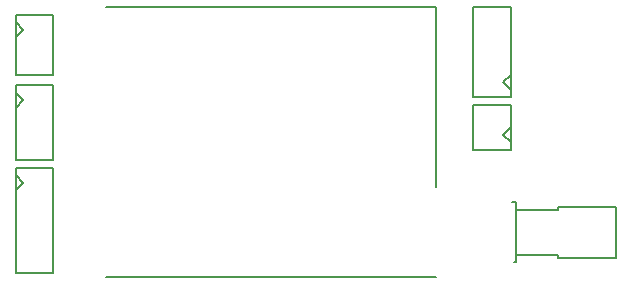
<source format=gbo>
G75*
%MOIN*%
%OFA0B0*%
%FSLAX25Y25*%
%IPPOS*%
%LPD*%
%AMOC8*
5,1,8,0,0,1.08239X$1,22.5*
%
%ADD10C,0.00500*%
D10*
X0006783Y0019894D02*
X0006783Y0047394D01*
X0009283Y0049894D01*
X0006783Y0052394D01*
X0006783Y0054894D01*
X0019283Y0054894D01*
X0019283Y0019894D01*
X0006783Y0019894D01*
X0036783Y0018394D02*
X0146783Y0018394D01*
X0172728Y0023394D02*
X0173653Y0023394D01*
X0173653Y0025894D01*
X0187531Y0025894D01*
X0187531Y0024969D01*
X0206783Y0024969D01*
X0206783Y0041819D01*
X0187531Y0041819D01*
X0187531Y0040894D01*
X0173653Y0040894D01*
X0173653Y0025894D01*
X0173653Y0040894D02*
X0173653Y0043394D01*
X0172334Y0043394D01*
X0146783Y0048394D02*
X0146783Y0108394D01*
X0036783Y0108394D01*
X0019283Y0105894D02*
X0006783Y0105894D01*
X0006783Y0103394D01*
X0009283Y0100894D01*
X0006783Y0098394D01*
X0006783Y0103394D01*
X0006783Y0098394D02*
X0006783Y0085894D01*
X0019283Y0085894D01*
X0019283Y0105894D01*
X0019283Y0082394D02*
X0006783Y0082394D01*
X0006783Y0079894D01*
X0009283Y0077394D01*
X0006783Y0074894D01*
X0006783Y0079894D01*
X0006783Y0074894D02*
X0006783Y0057394D01*
X0019283Y0057394D01*
X0019283Y0082394D01*
X0006783Y0052394D02*
X0006783Y0047394D01*
X0159283Y0060894D02*
X0171783Y0060894D01*
X0171783Y0063394D01*
X0169283Y0065894D01*
X0171783Y0068394D01*
X0171783Y0063394D01*
X0171783Y0068394D02*
X0171783Y0075894D01*
X0159283Y0075894D01*
X0159283Y0060894D01*
X0159283Y0078394D02*
X0171783Y0078394D01*
X0171783Y0080894D01*
X0169283Y0083394D01*
X0171783Y0085894D01*
X0171783Y0080894D01*
X0171783Y0085894D02*
X0171783Y0108394D01*
X0159283Y0108394D01*
X0159283Y0078394D01*
M02*

</source>
